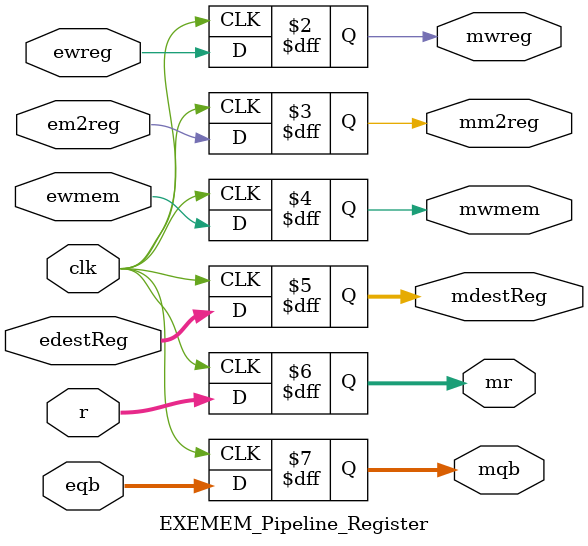
<source format=v>
`timescale 1ns / 1ps


module EXEMEM_Pipeline_Register(
clk, 
ewreg, 
em2reg, 
ewmem, 
edestReg, 
r, 
eqb, 
mwreg, 
mm2reg, 
mwmem, 
mdestReg, 
mr, 
mqb
    );
    
    input clk;
    input ewreg;
    input em2reg;
    input ewmem;
    input[4:0] edestReg;
    input[31:0] r;
    input[31:0] eqb;
    
    output mwreg;
    output mm2reg;
    output mwmem;
    output[4:0] mdestReg;
    output[31:0] mr;
    output[31:0] mqb;
    reg mwreg;
    reg mm2reg;
    reg mwmem;
    reg[4:0] mdestReg;
    reg[31:0] mr;
    reg[31:0] mqb;

   always @(posedge clk) begin
        mwreg = ewreg;
        mm2reg = em2reg;
        mwmem = ewmem;
        mdestReg = edestReg;
        mr = r;
        mqb = eqb;
    end        
endmodule

</source>
